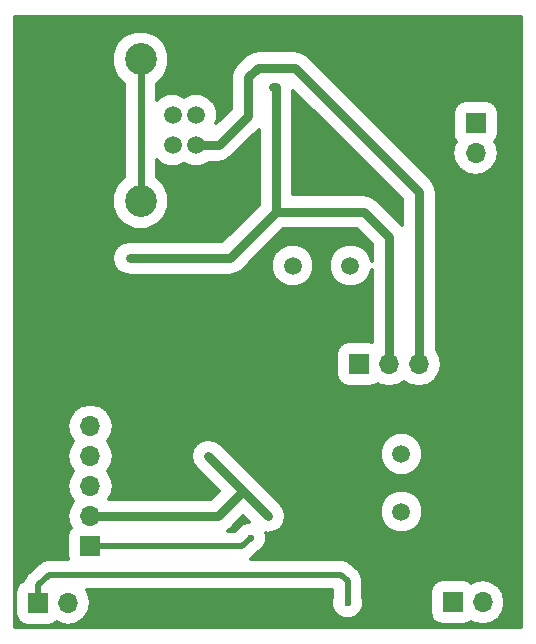
<source format=gbl>
G04 #@! TF.FileFunction,Copper,L2,Bot,Signal*
%FSLAX46Y46*%
G04 Gerber Fmt 4.6, Leading zero omitted, Abs format (unit mm)*
G04 Created by KiCad (PCBNEW 4.0.7-e1-6374~58~ubuntu14.04.1) date Sat Jan 27 06:03:06 2018*
%MOMM*%
%LPD*%
G01*
G04 APERTURE LIST*
%ADD10C,0.100000*%
%ADD11C,1.520000*%
%ADD12C,2.700000*%
%ADD13R,1.700000X1.700000*%
%ADD14O,1.700000X1.700000*%
%ADD15C,1.500000*%
%ADD16C,0.600000*%
%ADD17C,0.600000*%
%ADD18C,0.500000*%
%ADD19C,0.800000*%
%ADD20C,0.351000*%
G04 APERTURE END LIST*
D10*
D11*
X126070000Y-82290000D03*
X126070000Y-84830000D03*
X124070000Y-84830000D03*
X124070000Y-82290000D03*
D12*
X121370000Y-77560000D03*
X121370000Y-89560000D03*
D13*
X149730000Y-82950000D03*
D14*
X149730000Y-85490000D03*
D13*
X117120000Y-118800000D03*
D14*
X117120000Y-116260000D03*
X117120000Y-113720000D03*
X117120000Y-111180000D03*
X117120000Y-108640000D03*
D13*
X147790000Y-123520000D03*
D14*
X150330000Y-123520000D03*
D15*
X134250000Y-95020000D03*
X139130000Y-95020000D03*
X143450000Y-115860000D03*
X143450000Y-110980000D03*
D13*
X112700000Y-123570000D03*
D14*
X115240000Y-123570000D03*
D13*
X139870000Y-103380000D03*
D14*
X142410000Y-103380000D03*
X144950000Y-103380000D03*
D16*
X130680000Y-118070000D03*
X120430000Y-94400000D03*
X132570000Y-79920000D03*
X132830000Y-90480000D03*
X127110000Y-111160000D03*
X132190000Y-116250000D03*
X138900000Y-123570000D03*
D17*
X121370000Y-89560000D02*
X121370000Y-77560000D01*
D18*
X129950000Y-118800000D02*
X117120000Y-118800000D01*
X130680000Y-118070000D02*
X129950000Y-118800000D01*
D19*
X132830000Y-90480000D02*
X140320000Y-90480000D01*
X142410000Y-92570000D02*
X142410000Y-103380000D01*
X140320000Y-90480000D02*
X142410000Y-92570000D01*
X132570000Y-79920000D02*
X132870000Y-79920000D01*
X132830000Y-79960000D02*
X132830000Y-90480000D01*
X132870000Y-79920000D02*
X132830000Y-79960000D01*
X120430000Y-94400000D02*
X128910000Y-94400000D01*
X128910000Y-94400000D02*
X132830000Y-90480000D01*
X132190000Y-116250000D02*
X130070000Y-114130000D01*
X117120000Y-116260000D02*
X127940000Y-116260000D01*
X127940000Y-116260000D02*
X130070000Y-114130000D01*
X130070000Y-114130000D02*
X130070000Y-114120000D01*
X130070000Y-114120000D02*
X127110000Y-111160000D01*
D18*
X127940000Y-116260000D02*
X130070000Y-114130000D01*
X127110000Y-111170000D02*
X127110000Y-111160000D01*
X130070000Y-114130000D02*
X127110000Y-111170000D01*
D19*
X126070000Y-84830000D02*
X128000000Y-84830000D01*
X128000000Y-84830000D02*
X130490000Y-82340000D01*
X144950000Y-88770000D02*
X144950000Y-103380000D01*
X134450000Y-78270000D02*
X144950000Y-88770000D01*
X131320000Y-78270000D02*
X134450000Y-78270000D01*
X130490000Y-79100000D02*
X131320000Y-78270000D01*
X130490000Y-82340000D02*
X130490000Y-79100000D01*
D18*
X138900000Y-123570000D02*
X138900000Y-121770000D01*
X138330000Y-121200000D02*
X134880000Y-121200000D01*
X138900000Y-121770000D02*
X138330000Y-121200000D01*
X112700000Y-122090000D02*
X112700000Y-123570000D01*
X134880000Y-121200000D02*
X113590000Y-121200000D01*
X113590000Y-121200000D02*
X112700000Y-122090000D01*
D20*
G36*
X153599500Y-125589500D02*
X110720500Y-125589500D01*
X110720500Y-122720000D01*
X110753430Y-122720000D01*
X110753430Y-124420000D01*
X110828424Y-124818556D01*
X111063970Y-125184606D01*
X111423373Y-125430176D01*
X111850000Y-125516570D01*
X113550000Y-125516570D01*
X113948556Y-125441576D01*
X114272944Y-125232839D01*
X114503143Y-125386653D01*
X115240000Y-125533223D01*
X115976857Y-125386653D01*
X116601534Y-124969257D01*
X117018930Y-124344580D01*
X117165500Y-123607723D01*
X117165500Y-123532277D01*
X117018930Y-122795420D01*
X116838575Y-122525500D01*
X137574500Y-122525500D01*
X137574500Y-123175358D01*
X137524739Y-123295196D01*
X137524261Y-123842404D01*
X137733228Y-124348140D01*
X138119824Y-124735413D01*
X138625196Y-124945261D01*
X139172404Y-124945739D01*
X139678140Y-124736772D01*
X140065413Y-124350176D01*
X140275261Y-123844804D01*
X140275739Y-123297596D01*
X140225500Y-123176009D01*
X140225500Y-122670000D01*
X145843430Y-122670000D01*
X145843430Y-124370000D01*
X145918424Y-124768556D01*
X146153970Y-125134606D01*
X146513373Y-125380176D01*
X146940000Y-125466570D01*
X148640000Y-125466570D01*
X149038556Y-125391576D01*
X149362944Y-125182839D01*
X149593143Y-125336653D01*
X150330000Y-125483223D01*
X151066857Y-125336653D01*
X151691534Y-124919257D01*
X152108930Y-124294580D01*
X152255500Y-123557723D01*
X152255500Y-123482277D01*
X152108930Y-122745420D01*
X151691534Y-122120743D01*
X151066857Y-121703347D01*
X150330000Y-121556777D01*
X149593143Y-121703347D01*
X149359150Y-121859696D01*
X149066627Y-121659824D01*
X148640000Y-121573430D01*
X146940000Y-121573430D01*
X146541444Y-121648424D01*
X146175394Y-121883970D01*
X145929824Y-122243373D01*
X145843430Y-122670000D01*
X140225500Y-122670000D01*
X140225500Y-121770000D01*
X140124602Y-121262753D01*
X139837270Y-120832730D01*
X139267270Y-120262730D01*
X138837247Y-119975398D01*
X138330000Y-119874500D01*
X130681891Y-119874500D01*
X130887270Y-119737270D01*
X131338216Y-119286324D01*
X131458140Y-119236772D01*
X131845413Y-118850176D01*
X132055261Y-118344804D01*
X132055739Y-117797596D01*
X132011259Y-117689946D01*
X132190000Y-117725500D01*
X132754650Y-117613184D01*
X133233336Y-117293336D01*
X133553184Y-116814650D01*
X133665500Y-116250000D01*
X133659836Y-116221521D01*
X141624183Y-116221521D01*
X141901514Y-116892712D01*
X142414587Y-117406681D01*
X143085292Y-117685183D01*
X143811521Y-117685817D01*
X144482712Y-117408486D01*
X144996681Y-116895413D01*
X145275183Y-116224708D01*
X145275817Y-115498479D01*
X144998486Y-114827288D01*
X144485413Y-114313319D01*
X143814708Y-114034817D01*
X143088479Y-114034183D01*
X142417288Y-114311514D01*
X141903319Y-114824587D01*
X141624817Y-115495292D01*
X141624183Y-116221521D01*
X133659836Y-116221521D01*
X133553184Y-115685351D01*
X133233336Y-115206664D01*
X131133473Y-113106801D01*
X131113336Y-113076664D01*
X129378193Y-111341521D01*
X141624183Y-111341521D01*
X141901514Y-112012712D01*
X142414587Y-112526681D01*
X143085292Y-112805183D01*
X143811521Y-112805817D01*
X144482712Y-112528486D01*
X144996681Y-112015413D01*
X145275183Y-111344708D01*
X145275817Y-110618479D01*
X144998486Y-109947288D01*
X144485413Y-109433319D01*
X143814708Y-109154817D01*
X143088479Y-109154183D01*
X142417288Y-109431514D01*
X141903319Y-109944587D01*
X141624817Y-110615292D01*
X141624183Y-111341521D01*
X129378193Y-111341521D01*
X128153336Y-110116664D01*
X127674650Y-109796816D01*
X127110000Y-109684500D01*
X126545350Y-109796816D01*
X126066664Y-110116664D01*
X125746816Y-110595350D01*
X125634500Y-111160000D01*
X125746816Y-111724650D01*
X126066664Y-112203336D01*
X127988328Y-114125000D01*
X127328828Y-114784500D01*
X118717729Y-114784500D01*
X118936653Y-114456857D01*
X119083223Y-113720000D01*
X118936653Y-112983143D01*
X118580418Y-112450000D01*
X118936653Y-111916857D01*
X119083223Y-111180000D01*
X118936653Y-110443143D01*
X118580418Y-109910000D01*
X118936653Y-109376857D01*
X119083223Y-108640000D01*
X118936653Y-107903143D01*
X118519257Y-107278466D01*
X117894580Y-106861070D01*
X117157723Y-106714500D01*
X117082277Y-106714500D01*
X116345420Y-106861070D01*
X115720743Y-107278466D01*
X115303347Y-107903143D01*
X115156777Y-108640000D01*
X115303347Y-109376857D01*
X115659582Y-109910000D01*
X115303347Y-110443143D01*
X115156777Y-111180000D01*
X115303347Y-111916857D01*
X115659582Y-112450000D01*
X115303347Y-112983143D01*
X115156777Y-113720000D01*
X115303347Y-114456857D01*
X115659582Y-114990000D01*
X115303347Y-115523143D01*
X115156777Y-116260000D01*
X115303347Y-116996857D01*
X115459696Y-117230850D01*
X115259824Y-117523373D01*
X115173430Y-117950000D01*
X115173430Y-119650000D01*
X115215673Y-119874500D01*
X113590000Y-119874500D01*
X113082753Y-119975398D01*
X112652730Y-120262730D01*
X111762730Y-121152730D01*
X111475398Y-121582753D01*
X111452426Y-121698239D01*
X111451444Y-121698424D01*
X111085394Y-121933970D01*
X110839824Y-122293373D01*
X110753430Y-122720000D01*
X110720500Y-122720000D01*
X110720500Y-78040345D01*
X118944080Y-78040345D01*
X119312562Y-78932140D01*
X119994271Y-79615040D01*
X119994500Y-79615135D01*
X119994500Y-87505916D01*
X119314960Y-88184271D01*
X118944922Y-89075422D01*
X118944080Y-90040345D01*
X119312562Y-90932140D01*
X119994271Y-91615040D01*
X120885422Y-91985078D01*
X121850345Y-91985920D01*
X122742140Y-91617438D01*
X123425040Y-90935729D01*
X123795078Y-90044578D01*
X123795920Y-89079655D01*
X123427438Y-88187860D01*
X122745729Y-87504960D01*
X122745500Y-87504865D01*
X122745500Y-86101244D01*
X123028915Y-86385154D01*
X123703295Y-86665181D01*
X124433502Y-86665818D01*
X125070735Y-86402519D01*
X125703295Y-86665181D01*
X126433502Y-86665818D01*
X127108369Y-86386969D01*
X127189980Y-86305500D01*
X128000000Y-86305500D01*
X128564650Y-86193184D01*
X129043336Y-85873336D01*
X131354500Y-83562172D01*
X131354500Y-89868828D01*
X128298828Y-92924500D01*
X120430000Y-92924500D01*
X119865351Y-93036816D01*
X119386664Y-93356664D01*
X119066816Y-93835351D01*
X118954500Y-94400000D01*
X119066816Y-94964649D01*
X119386664Y-95443336D01*
X119865351Y-95763184D01*
X120430000Y-95875500D01*
X128910000Y-95875500D01*
X129474650Y-95763184D01*
X129953336Y-95443336D01*
X130015151Y-95381521D01*
X132424183Y-95381521D01*
X132701514Y-96052712D01*
X133214587Y-96566681D01*
X133885292Y-96845183D01*
X134611521Y-96845817D01*
X135282712Y-96568486D01*
X135796681Y-96055413D01*
X136075183Y-95384708D01*
X136075817Y-94658479D01*
X135798486Y-93987288D01*
X135285413Y-93473319D01*
X134614708Y-93194817D01*
X133888479Y-93194183D01*
X133217288Y-93471514D01*
X132703319Y-93984587D01*
X132424817Y-94655292D01*
X132424183Y-95381521D01*
X130015151Y-95381521D01*
X133441172Y-91955500D01*
X139708828Y-91955500D01*
X140934500Y-93181172D01*
X140934500Y-94606888D01*
X140678486Y-93987288D01*
X140165413Y-93473319D01*
X139494708Y-93194817D01*
X138768479Y-93194183D01*
X138097288Y-93471514D01*
X137583319Y-93984587D01*
X137304817Y-94655292D01*
X137304183Y-95381521D01*
X137581514Y-96052712D01*
X138094587Y-96566681D01*
X138765292Y-96845183D01*
X139491521Y-96845817D01*
X140162712Y-96568486D01*
X140676681Y-96055413D01*
X140934500Y-95434518D01*
X140934500Y-101476867D01*
X140720000Y-101433430D01*
X139020000Y-101433430D01*
X138621444Y-101508424D01*
X138255394Y-101743970D01*
X138009824Y-102103373D01*
X137923430Y-102530000D01*
X137923430Y-104230000D01*
X137998424Y-104628556D01*
X138233970Y-104994606D01*
X138593373Y-105240176D01*
X139020000Y-105326570D01*
X140720000Y-105326570D01*
X141118556Y-105251576D01*
X141442944Y-105042839D01*
X141673143Y-105196653D01*
X142410000Y-105343223D01*
X143146857Y-105196653D01*
X143680000Y-104840418D01*
X144213143Y-105196653D01*
X144950000Y-105343223D01*
X145686857Y-105196653D01*
X146311534Y-104779257D01*
X146728930Y-104154580D01*
X146875500Y-103417723D01*
X146875500Y-103342277D01*
X146728930Y-102605420D01*
X146425500Y-102151305D01*
X146425500Y-88770000D01*
X146313184Y-88205351D01*
X146313184Y-88205350D01*
X145993336Y-87726664D01*
X143756672Y-85490000D01*
X147766777Y-85490000D01*
X147913347Y-86226857D01*
X148330743Y-86851534D01*
X148955420Y-87268930D01*
X149692277Y-87415500D01*
X149767723Y-87415500D01*
X150504580Y-87268930D01*
X151129257Y-86851534D01*
X151546653Y-86226857D01*
X151693223Y-85490000D01*
X151546653Y-84753143D01*
X151390304Y-84519150D01*
X151590176Y-84226627D01*
X151676570Y-83800000D01*
X151676570Y-82100000D01*
X151601576Y-81701444D01*
X151366030Y-81335394D01*
X151006627Y-81089824D01*
X150580000Y-81003430D01*
X148880000Y-81003430D01*
X148481444Y-81078424D01*
X148115394Y-81313970D01*
X147869824Y-81673373D01*
X147783430Y-82100000D01*
X147783430Y-83800000D01*
X147858424Y-84198556D01*
X148067161Y-84522944D01*
X147913347Y-84753143D01*
X147766777Y-85490000D01*
X143756672Y-85490000D01*
X135493336Y-77226664D01*
X135014650Y-76906816D01*
X134450000Y-76794500D01*
X131320000Y-76794500D01*
X130755350Y-76906816D01*
X130276664Y-77226664D01*
X129446664Y-78056664D01*
X129126816Y-78535350D01*
X129047176Y-78935729D01*
X129014500Y-79100000D01*
X129014500Y-81728828D01*
X127776340Y-82966988D01*
X127905181Y-82656705D01*
X127905818Y-81926498D01*
X127626969Y-81251631D01*
X127111085Y-80734846D01*
X126436705Y-80454819D01*
X125706498Y-80454182D01*
X125069265Y-80717481D01*
X124436705Y-80454819D01*
X123706498Y-80454182D01*
X123031631Y-80733031D01*
X122745500Y-81018663D01*
X122745500Y-79614084D01*
X123425040Y-78935729D01*
X123795078Y-78044578D01*
X123795920Y-77079655D01*
X123427438Y-76187860D01*
X122745729Y-75504960D01*
X121854578Y-75134922D01*
X120889655Y-75134080D01*
X119997860Y-75502562D01*
X119314960Y-76184271D01*
X118944922Y-77075422D01*
X118944080Y-78040345D01*
X110720500Y-78040345D01*
X110720500Y-74010500D01*
X153599500Y-74010500D01*
X153599500Y-125589500D01*
X153599500Y-125589500D01*
G37*
X153599500Y-125589500D02*
X110720500Y-125589500D01*
X110720500Y-122720000D01*
X110753430Y-122720000D01*
X110753430Y-124420000D01*
X110828424Y-124818556D01*
X111063970Y-125184606D01*
X111423373Y-125430176D01*
X111850000Y-125516570D01*
X113550000Y-125516570D01*
X113948556Y-125441576D01*
X114272944Y-125232839D01*
X114503143Y-125386653D01*
X115240000Y-125533223D01*
X115976857Y-125386653D01*
X116601534Y-124969257D01*
X117018930Y-124344580D01*
X117165500Y-123607723D01*
X117165500Y-123532277D01*
X117018930Y-122795420D01*
X116838575Y-122525500D01*
X137574500Y-122525500D01*
X137574500Y-123175358D01*
X137524739Y-123295196D01*
X137524261Y-123842404D01*
X137733228Y-124348140D01*
X138119824Y-124735413D01*
X138625196Y-124945261D01*
X139172404Y-124945739D01*
X139678140Y-124736772D01*
X140065413Y-124350176D01*
X140275261Y-123844804D01*
X140275739Y-123297596D01*
X140225500Y-123176009D01*
X140225500Y-122670000D01*
X145843430Y-122670000D01*
X145843430Y-124370000D01*
X145918424Y-124768556D01*
X146153970Y-125134606D01*
X146513373Y-125380176D01*
X146940000Y-125466570D01*
X148640000Y-125466570D01*
X149038556Y-125391576D01*
X149362944Y-125182839D01*
X149593143Y-125336653D01*
X150330000Y-125483223D01*
X151066857Y-125336653D01*
X151691534Y-124919257D01*
X152108930Y-124294580D01*
X152255500Y-123557723D01*
X152255500Y-123482277D01*
X152108930Y-122745420D01*
X151691534Y-122120743D01*
X151066857Y-121703347D01*
X150330000Y-121556777D01*
X149593143Y-121703347D01*
X149359150Y-121859696D01*
X149066627Y-121659824D01*
X148640000Y-121573430D01*
X146940000Y-121573430D01*
X146541444Y-121648424D01*
X146175394Y-121883970D01*
X145929824Y-122243373D01*
X145843430Y-122670000D01*
X140225500Y-122670000D01*
X140225500Y-121770000D01*
X140124602Y-121262753D01*
X139837270Y-120832730D01*
X139267270Y-120262730D01*
X138837247Y-119975398D01*
X138330000Y-119874500D01*
X130681891Y-119874500D01*
X130887270Y-119737270D01*
X131338216Y-119286324D01*
X131458140Y-119236772D01*
X131845413Y-118850176D01*
X132055261Y-118344804D01*
X132055739Y-117797596D01*
X132011259Y-117689946D01*
X132190000Y-117725500D01*
X132754650Y-117613184D01*
X133233336Y-117293336D01*
X133553184Y-116814650D01*
X133665500Y-116250000D01*
X133659836Y-116221521D01*
X141624183Y-116221521D01*
X141901514Y-116892712D01*
X142414587Y-117406681D01*
X143085292Y-117685183D01*
X143811521Y-117685817D01*
X144482712Y-117408486D01*
X144996681Y-116895413D01*
X145275183Y-116224708D01*
X145275817Y-115498479D01*
X144998486Y-114827288D01*
X144485413Y-114313319D01*
X143814708Y-114034817D01*
X143088479Y-114034183D01*
X142417288Y-114311514D01*
X141903319Y-114824587D01*
X141624817Y-115495292D01*
X141624183Y-116221521D01*
X133659836Y-116221521D01*
X133553184Y-115685351D01*
X133233336Y-115206664D01*
X131133473Y-113106801D01*
X131113336Y-113076664D01*
X129378193Y-111341521D01*
X141624183Y-111341521D01*
X141901514Y-112012712D01*
X142414587Y-112526681D01*
X143085292Y-112805183D01*
X143811521Y-112805817D01*
X144482712Y-112528486D01*
X144996681Y-112015413D01*
X145275183Y-111344708D01*
X145275817Y-110618479D01*
X144998486Y-109947288D01*
X144485413Y-109433319D01*
X143814708Y-109154817D01*
X143088479Y-109154183D01*
X142417288Y-109431514D01*
X141903319Y-109944587D01*
X141624817Y-110615292D01*
X141624183Y-111341521D01*
X129378193Y-111341521D01*
X128153336Y-110116664D01*
X127674650Y-109796816D01*
X127110000Y-109684500D01*
X126545350Y-109796816D01*
X126066664Y-110116664D01*
X125746816Y-110595350D01*
X125634500Y-111160000D01*
X125746816Y-111724650D01*
X126066664Y-112203336D01*
X127988328Y-114125000D01*
X127328828Y-114784500D01*
X118717729Y-114784500D01*
X118936653Y-114456857D01*
X119083223Y-113720000D01*
X118936653Y-112983143D01*
X118580418Y-112450000D01*
X118936653Y-111916857D01*
X119083223Y-111180000D01*
X118936653Y-110443143D01*
X118580418Y-109910000D01*
X118936653Y-109376857D01*
X119083223Y-108640000D01*
X118936653Y-107903143D01*
X118519257Y-107278466D01*
X117894580Y-106861070D01*
X117157723Y-106714500D01*
X117082277Y-106714500D01*
X116345420Y-106861070D01*
X115720743Y-107278466D01*
X115303347Y-107903143D01*
X115156777Y-108640000D01*
X115303347Y-109376857D01*
X115659582Y-109910000D01*
X115303347Y-110443143D01*
X115156777Y-111180000D01*
X115303347Y-111916857D01*
X115659582Y-112450000D01*
X115303347Y-112983143D01*
X115156777Y-113720000D01*
X115303347Y-114456857D01*
X115659582Y-114990000D01*
X115303347Y-115523143D01*
X115156777Y-116260000D01*
X115303347Y-116996857D01*
X115459696Y-117230850D01*
X115259824Y-117523373D01*
X115173430Y-117950000D01*
X115173430Y-119650000D01*
X115215673Y-119874500D01*
X113590000Y-119874500D01*
X113082753Y-119975398D01*
X112652730Y-120262730D01*
X111762730Y-121152730D01*
X111475398Y-121582753D01*
X111452426Y-121698239D01*
X111451444Y-121698424D01*
X111085394Y-121933970D01*
X110839824Y-122293373D01*
X110753430Y-122720000D01*
X110720500Y-122720000D01*
X110720500Y-78040345D01*
X118944080Y-78040345D01*
X119312562Y-78932140D01*
X119994271Y-79615040D01*
X119994500Y-79615135D01*
X119994500Y-87505916D01*
X119314960Y-88184271D01*
X118944922Y-89075422D01*
X118944080Y-90040345D01*
X119312562Y-90932140D01*
X119994271Y-91615040D01*
X120885422Y-91985078D01*
X121850345Y-91985920D01*
X122742140Y-91617438D01*
X123425040Y-90935729D01*
X123795078Y-90044578D01*
X123795920Y-89079655D01*
X123427438Y-88187860D01*
X122745729Y-87504960D01*
X122745500Y-87504865D01*
X122745500Y-86101244D01*
X123028915Y-86385154D01*
X123703295Y-86665181D01*
X124433502Y-86665818D01*
X125070735Y-86402519D01*
X125703295Y-86665181D01*
X126433502Y-86665818D01*
X127108369Y-86386969D01*
X127189980Y-86305500D01*
X128000000Y-86305500D01*
X128564650Y-86193184D01*
X129043336Y-85873336D01*
X131354500Y-83562172D01*
X131354500Y-89868828D01*
X128298828Y-92924500D01*
X120430000Y-92924500D01*
X119865351Y-93036816D01*
X119386664Y-93356664D01*
X119066816Y-93835351D01*
X118954500Y-94400000D01*
X119066816Y-94964649D01*
X119386664Y-95443336D01*
X119865351Y-95763184D01*
X120430000Y-95875500D01*
X128910000Y-95875500D01*
X129474650Y-95763184D01*
X129953336Y-95443336D01*
X130015151Y-95381521D01*
X132424183Y-95381521D01*
X132701514Y-96052712D01*
X133214587Y-96566681D01*
X133885292Y-96845183D01*
X134611521Y-96845817D01*
X135282712Y-96568486D01*
X135796681Y-96055413D01*
X136075183Y-95384708D01*
X136075817Y-94658479D01*
X135798486Y-93987288D01*
X135285413Y-93473319D01*
X134614708Y-93194817D01*
X133888479Y-93194183D01*
X133217288Y-93471514D01*
X132703319Y-93984587D01*
X132424817Y-94655292D01*
X132424183Y-95381521D01*
X130015151Y-95381521D01*
X133441172Y-91955500D01*
X139708828Y-91955500D01*
X140934500Y-93181172D01*
X140934500Y-94606888D01*
X140678486Y-93987288D01*
X140165413Y-93473319D01*
X139494708Y-93194817D01*
X138768479Y-93194183D01*
X138097288Y-93471514D01*
X137583319Y-93984587D01*
X137304817Y-94655292D01*
X137304183Y-95381521D01*
X137581514Y-96052712D01*
X138094587Y-96566681D01*
X138765292Y-96845183D01*
X139491521Y-96845817D01*
X140162712Y-96568486D01*
X140676681Y-96055413D01*
X140934500Y-95434518D01*
X140934500Y-101476867D01*
X140720000Y-101433430D01*
X139020000Y-101433430D01*
X138621444Y-101508424D01*
X138255394Y-101743970D01*
X138009824Y-102103373D01*
X137923430Y-102530000D01*
X137923430Y-104230000D01*
X137998424Y-104628556D01*
X138233970Y-104994606D01*
X138593373Y-105240176D01*
X139020000Y-105326570D01*
X140720000Y-105326570D01*
X141118556Y-105251576D01*
X141442944Y-105042839D01*
X141673143Y-105196653D01*
X142410000Y-105343223D01*
X143146857Y-105196653D01*
X143680000Y-104840418D01*
X144213143Y-105196653D01*
X144950000Y-105343223D01*
X145686857Y-105196653D01*
X146311534Y-104779257D01*
X146728930Y-104154580D01*
X146875500Y-103417723D01*
X146875500Y-103342277D01*
X146728930Y-102605420D01*
X146425500Y-102151305D01*
X146425500Y-88770000D01*
X146313184Y-88205351D01*
X146313184Y-88205350D01*
X145993336Y-87726664D01*
X143756672Y-85490000D01*
X147766777Y-85490000D01*
X147913347Y-86226857D01*
X148330743Y-86851534D01*
X148955420Y-87268930D01*
X149692277Y-87415500D01*
X149767723Y-87415500D01*
X150504580Y-87268930D01*
X151129257Y-86851534D01*
X151546653Y-86226857D01*
X151693223Y-85490000D01*
X151546653Y-84753143D01*
X151390304Y-84519150D01*
X151590176Y-84226627D01*
X151676570Y-83800000D01*
X151676570Y-82100000D01*
X151601576Y-81701444D01*
X151366030Y-81335394D01*
X151006627Y-81089824D01*
X150580000Y-81003430D01*
X148880000Y-81003430D01*
X148481444Y-81078424D01*
X148115394Y-81313970D01*
X147869824Y-81673373D01*
X147783430Y-82100000D01*
X147783430Y-83800000D01*
X147858424Y-84198556D01*
X148067161Y-84522944D01*
X147913347Y-84753143D01*
X147766777Y-85490000D01*
X143756672Y-85490000D01*
X135493336Y-77226664D01*
X135014650Y-76906816D01*
X134450000Y-76794500D01*
X131320000Y-76794500D01*
X130755350Y-76906816D01*
X130276664Y-77226664D01*
X129446664Y-78056664D01*
X129126816Y-78535350D01*
X129047176Y-78935729D01*
X129014500Y-79100000D01*
X129014500Y-81728828D01*
X127776340Y-82966988D01*
X127905181Y-82656705D01*
X127905818Y-81926498D01*
X127626969Y-81251631D01*
X127111085Y-80734846D01*
X126436705Y-80454819D01*
X125706498Y-80454182D01*
X125069265Y-80717481D01*
X124436705Y-80454819D01*
X123706498Y-80454182D01*
X123031631Y-80733031D01*
X122745500Y-81018663D01*
X122745500Y-79614084D01*
X123425040Y-78935729D01*
X123795078Y-78044578D01*
X123795920Y-77079655D01*
X123427438Y-76187860D01*
X122745729Y-75504960D01*
X121854578Y-75134922D01*
X120889655Y-75134080D01*
X119997860Y-75502562D01*
X119314960Y-76184271D01*
X118944922Y-77075422D01*
X118944080Y-78040345D01*
X110720500Y-78040345D01*
X110720500Y-74010500D01*
X153599500Y-74010500D01*
X153599500Y-125589500D01*
G36*
X130547711Y-116694383D02*
X130407596Y-116694261D01*
X129901860Y-116903228D01*
X129514587Y-117289824D01*
X129464136Y-117411324D01*
X129400960Y-117474500D01*
X128727171Y-117474500D01*
X128983336Y-117303336D01*
X130070000Y-116216672D01*
X130547711Y-116694383D01*
X130547711Y-116694383D01*
G37*
X130547711Y-116694383D02*
X130407596Y-116694261D01*
X129901860Y-116903228D01*
X129514587Y-117289824D01*
X129464136Y-117411324D01*
X129400960Y-117474500D01*
X128727171Y-117474500D01*
X128983336Y-117303336D01*
X130070000Y-116216672D01*
X130547711Y-116694383D01*
G36*
X143474500Y-89381172D02*
X143474500Y-91558338D01*
X143453336Y-91526664D01*
X141363336Y-89436664D01*
X140884650Y-89116816D01*
X140320000Y-89004500D01*
X134305500Y-89004500D01*
X134305500Y-80212172D01*
X143474500Y-89381172D01*
X143474500Y-89381172D01*
G37*
X143474500Y-89381172D02*
X143474500Y-91558338D01*
X143453336Y-91526664D01*
X141363336Y-89436664D01*
X140884650Y-89116816D01*
X140320000Y-89004500D01*
X134305500Y-89004500D01*
X134305500Y-80212172D01*
X143474500Y-89381172D01*
M02*

</source>
